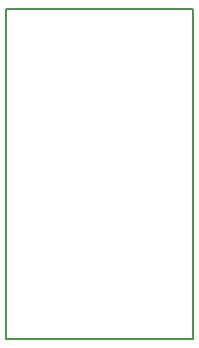
<source format=gko>
G04 #@! TF.FileFunction,Profile,NP*
%FSLAX46Y46*%
G04 Gerber Fmt 4.6, Leading zero omitted, Abs format (unit mm)*
G04 Created by KiCad (PCBNEW 4.0.7-e2-6376~58~ubuntu16.04.1) date Sat Jan 13 09:44:16 2018*
%MOMM*%
%LPD*%
G01*
G04 APERTURE LIST*
%ADD10C,0.100000*%
%ADD11C,0.150000*%
G04 APERTURE END LIST*
D10*
D11*
X156210000Y-118745000D02*
X140335000Y-118745000D01*
X140335000Y-90805000D02*
X140335000Y-118745000D01*
X156210000Y-90805000D02*
X140335000Y-90805000D01*
X156210000Y-118745000D02*
X156210000Y-90805000D01*
M02*

</source>
